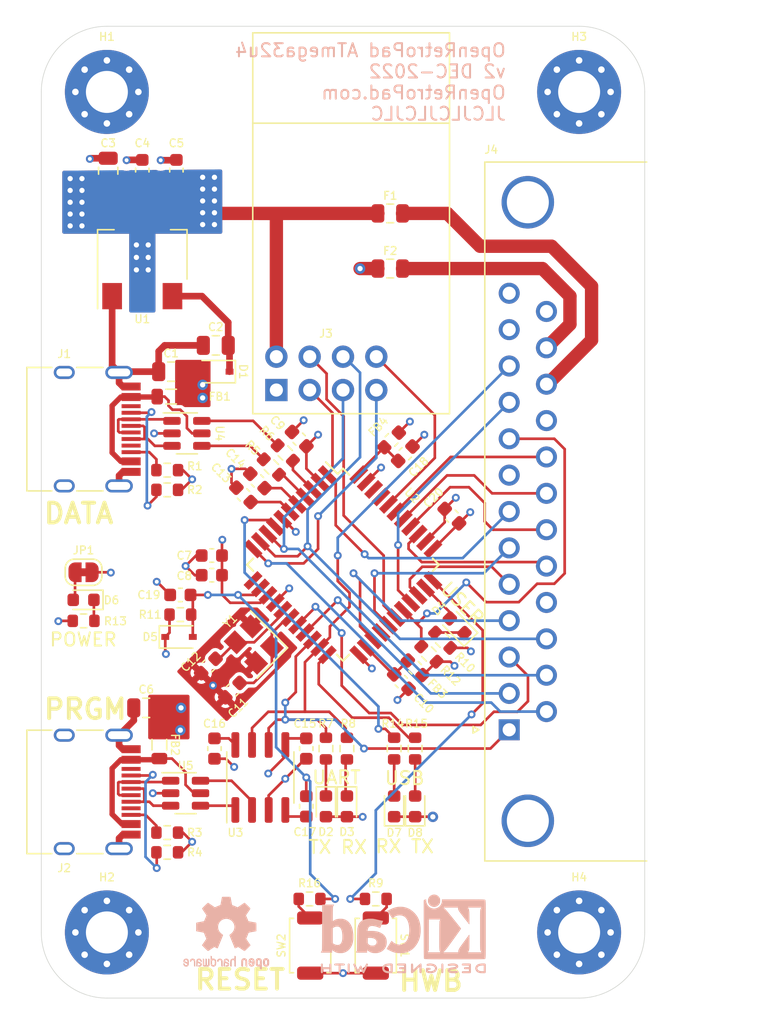
<source format=kicad_pcb>
(kicad_pcb (version 20211014) (generator pcbnew)
  (layers (0 "F.Cu" signal) (1 "In1.Cu" power) (2 "In2.Cu" power) (31 "B.Cu" signal) (34 "B.Paste" user) (35 "F.Paste" user) (36 "B.SilkS" user "B.Silkscreen") (37 "F.SilkS" user "F.Silkscreen") (38 "B.Mask" user) (39 "F.Mask" user) (44 "Edge.Cuts" user))
  (net 0 "")
  (net 1 "GND")
  (net 2 "+5V")
  (net 3 "+3V3")
  (net 4 "/Power/VREGIN")
  (net 5 "/DB25/RST")
  (net 6 "Net-(D3-Pad1)")
  (net 7 "Net-(D4-Pad1)")
  (net 8 "Net-(D6-Pad1)")
  (net 9 "Net-(D6-Pad2)")
  (net 14 "/IO/RX_LED")
  (net 17 "/IO/TX_LED")
  (net 20 "/Microcontroller/USB_DATA.DP")
  (net 21 "/Microcontroller/USB_DATA.DM")
  (net 22 "Net-(D2-Pad1)")
  (net 23 "/UART/USB_PRGM.DP")
  (net 24 "/UART/USB_PRGM.DM")
  (net 25 "/DB25/CSN")
  (net 26 "/DB25/SCK")
  (net 27 "/DB25/MOSI")
  (net 28 "/DB25/MISO")
  (net 29 "/DB25/IRQ")
  (net 30 "/DB25/PF5")
  (net 31 "/DB25/PF7")
  (net 32 "/DB25/PD7")
  (net 33 "/DB25/RX")
  (net 34 "/DB25/PD1")
  (net 35 "/DB25/PF4")
  (net 36 "/DB25/PF6")
  (net 37 "/DB25/PC6")
  (net 38 "/DB25/PB6")
  (net 39 "/DB25/TX")
  (net 40 "/DB25/PD0")
  (net 42 "/DB25/PD4")
  (net 43 "/DB25/PB4")
  (net 44 "/DB25/PB5")
  (net 48 "/UART/V3")
  (net 49 "/UART/RTS")
  (net 50 "/Microcontroller/XTAL1")
  (net 51 "/Microcontroller/XTAL2")
  (net 52 "/USB Data/CC1")
  (net 53 "/USB Data/CC2")
  (net 54 "/USB Program/CC1")
  (net 55 "/USB Program/CC2")
  (net 56 "/Microcontroller/D+")
  (net 57 "/Microcontroller/D-")
  (net 58 "/Microcontroller/UCAP")
  (net 59 "/Microcontroller/UGND")
  (net 64 "/USB Data/VBUS")
  (net 65 "/USB Program/VBUS")
  (net 66 "Net-(R9-Pad2)")
  (net 67 "Net-(R16-Pad2)")
  (net 68 "/IO/SW_HWB")
  (net 69 "Net-(D7-Pad2)")
  (net 70 "Net-(D8-Pad2)")
  (net 71 "/DB25/3V3F")
  (net 72 "/DB25/5VF")
  (net 73 "/IO/LED_USER")
  (net 74 "/DB25/CE")
  (net 75 "/USB Data/D+")
  (net 76 "/USB Data/D-")
  (net 77 "/USB Program/D+")
  (net 78 "/USB Program/D-")
  (net 79 "/Microcontroller/AVCC_P24")
  (net 80 "/Microcontroller/AVCC_P44")
  (footprint "Capacitor_SMD:C_0603_1608Metric" (layer "F.Cu") (at 105.3 105.95 -90)
    (fp_text reference "C5")
    (fp_text value "100n")
  )
  (footprint "Package_TO_SOT_SMD:SOT-23-6" (layer "F.Cu") (at 106.1 126)
    (fp_text reference "U4")
    (fp_text value "USBLC6-2SC6")
  )
  (footprint "Connector_Dsub:DSUB-25_Male_Horizontal_P2.77x2.84mm_EdgePinOffset7.70mm_Housed_MountingHolesOffset9.12mm" (layer "F.Cu") (at 130.669669 148.57 90)
    (fp_text reference "J4")
    (fp_text value "DB25_Male_MountingHoles")
  )
  (footprint "Resistor_SMD:R_0603_1608Metric" (layer "F.Cu") (at 115.45 161.45 180)
    (fp_text reference "R16")
    (fp_text value "330")
  )
  (footprint "Capacitor_SMD:C_0603_1608Metric" (layer "F.Cu") (at 105.6 138.3 180)
    (fp_text reference "C19")
    (fp_text value "100n")
  )
  (footprint "Fuse:Fuse_0805_2012Metric" (layer "F.Cu") (at 121.6 113.45 180)
    (fp_text reference "F2")
    (fp_text value "500mA")
  )
  (footprint "Capacitor_SMD:C_0603_1608Metric" (layer "F.Cu") (at 122.45 144.9 135)
    (fp_text reference "C10")
    (fp_text value "100n")
  )
  (footprint "Resistor_SMD:R_0603_1608Metric" (layer "F.Cu") (at 105.6 139.8)
    (fp_text reference "R11")
    (fp_text value "10k")
  )
  (footprint "Capacitor_SMD:C_0603_1608Metric" (layer "F.Cu") (at 114.66066 126.43934 -45)
    (fp_text reference "C9")
    (fp_text value "100n")
  )
  (footprint "Capacitor_SMD:C_0603_1608Metric" (layer "F.Cu") (at 108 135.3)
    (fp_text reference "C7")
    (fp_text value "1u")
  )
  (footprint "Resistor_SMD:R_0603_1608Metric" (layer "F.Cu") (at 116.7 150 90)
    (fp_text reference "R7")
    (fp_text value "1k")
  )
  (footprint "LED_SMD:LED_0603_1608Metric" (layer "F.Cu") (at 123.5 154.4 90)
    (fp_text reference "D8")
    (fp_text value "TX")
  )
  (footprint "Capacitor_SMD:C_0603_1608Metric" (layer "F.Cu") (at 115.2 150 90)
    (fp_text reference "C15")
    (fp_text value "100n")
  )
  (footprint "Capacitor_SMD:C_0603_1608Metric" (layer "F.Cu") (at 126.3 132.3 -45)
    (fp_text reference "C20")
    (fp_text value "100n")
  )
  (footprint "Resistor_SMD:R_0603_1608Metric" (layer "F.Cu") (at 120.5 161.45)
    (fp_text reference "R9")
    (fp_text value "330")
  )
  (footprint "Resistor_SMD:R_0603_1608Metric" (layer "F.Cu") (at 104.6 157.9 180)
    (fp_text reference "R4")
    (fp_text value "5.1k")
  )
  (footprint "MountingHole:MountingHole_3.2mm_M3_Pad_Via" (layer "F.Cu") (at 100 100)
    (fp_text reference "H1")
    (fp_text value "3.2mm M3")
  )
  (footprint "Resistor_SMD:R_0603_1608Metric" (layer "F.Cu") (at 104.6 128.8)
    (fp_text reference "R1")
    (fp_text value "5.1k")
  )
  (footprint "Capacitor_SMD:C_0603_1608Metric" (layer "F.Cu") (at 110.418019 130.681981 -45)
    (fp_text reference "C13")
    (fp_text value "1u")
  )
  (footprint "Package_TO_SOT_SMD:SOT-23-6" (layer "F.Cu") (at 106 153.4)
    (fp_text reference "U5")
    (fp_text value "USBLC6-2SC6")
  )
  (footprint "Resistor_SMD:R_0603_1608Metric" (layer "F.Cu") (at 118.3 150 90)
    (fp_text reference "R8")
    (fp_text value "1k")
  )
  (footprint "Package_SO:SOIC-8_3.9x4.9mm_P1.27mm" (layer "F.Cu") (at 111.7 152.2 90)
    (fp_text reference "U3")
    (fp_text value "CH330N")
  )
  (footprint "Package_TO_SOT_SMD:SOT-223-3_TabPin2" (layer "F.Cu") (at 102.7 112.4 90)
    (fp_text reference "U1")
    (fp_text value "AMS1117-3.3")
  )
  (footprint "Capacitor_SMD:C_0603_1608Metric" (layer "F.Cu") (at 109.573656 145.548008 -135)
    (fp_text reference "C11")
    (fp_text value "20pF")
  )
  (footprint "Capacitor_SMD:C_0603_1608Metric" (layer "F.Cu") (at 111.478679 129.621321 -45)
    (fp_text reference "C14")
    (fp_text value "1u")
  )
  (footprint "LED_SMD:LED_0603_1608Metric" (layer "F.Cu") (at 118.3 154.4 -90)
    (fp_text reference "D3")
    (fp_text value "RX")
  )
  (footprint "Capacitor_SMD:C_0603_1608Metric" (layer "F.Cu") (at 122.751992 127.548008 -135)
    (fp_text reference "C18")
    (fp_text value "100n")
  )
  (footprint "Inductor_SMD:L_0603_1608Metric" (layer "F.Cu") (at 123.5 143.85 -45)
    (fp_text reference "FB3")
    (fp_text value "500mA")
  )
  (footprint "Resistor_SMD:R_0603_1608Metric" (layer "F.Cu") (at 113.6 127.5 135)
    (fp_text reference "R6")
    (fp_text value "22r")
  )
  (footprint "Resistor_SMD:R_0603_1608Metric" (layer "F.Cu") (at 125.6 141.75 135)
    (fp_text reference "R10")
    (fp_text value "1k")
  )
  (footprint "Capacitor_SMD:C_0603_1608Metric" (layer "F.Cu") (at 107.73518 143.709533 -135)
    (fp_text reference "C12")
    (fp_text value "20pF")
  )
  (footprint "LED_SMD:LED_0603_1608Metric" (layer "F.Cu") (at 126.7 140.65 135)
    (fp_text reference "D4")
    (fp_text value "User")
  )
  (footprint "Capacitor_SMD:C_0805_2012Metric" (layer "F.Cu") (at 103 146.9)
    (fp_text reference "C6")
    (fp_text value "10u")
  )
  (footprint "Inductor_SMD:L_0603_1608Metric" (layer "F.Cu") (at 121.7 126.5 45)
    (fp_text reference "FB4")
    (fp_text value "500mA")
  )
  (footprint "Jumper:SolderJumper-2_P1.3mm_Bridged_RoundedPad1.0x1.5mm" (layer "F.Cu") (at 98.222 136.576 180)
    (fp_text reference "JP1")
    (fp_text value "SJ_2_BR")
  )
  (footprint "Resistor_SMD:R_0603_1608Metric" (layer "F.Cu") (at 104.6 130.3 180)
    (fp_text reference "R2")
    (fp_text value "5.1k")
  )
  (footprint "Resistor_SMD:R_0603_1608Metric" (layer "F.Cu") (at 112.539339 128.560661 135)
    (fp_text reference "R5")
    (fp_text value "22r")
  )
  (footprint "Inductor_SMD:L_0805_2012Metric" (layer "F.Cu") (at 104.9 123.2)
    (fp_text reference "FB1")
    (fp_text value "500mA")
  )
  (footprint "Connector_USB:USB_C_Receptacle_HRO_TYPE-C-31-M-12" (layer "F.Cu") (at 97.8 125.68 -90)
    (fp_text reference "J1")
    (fp_text value "USB_C_Receptacle_USB2.0")
  )
  (footprint "Capacitor_SMD:C_0603_1608Metric" (layer "F.Cu") (at 102.7 105.95 -90)
    (fp_text reference "C4")
    (fp_text value "1u")
  )
  (footprint "MountingHole:MountingHole_3.2mm_M3_Pad_Via" (layer "F.Cu") (at 136 164)
    (fp_text reference "H4")
    (fp_text value "3.2mm M3")
  )
  (footprint "Package_QFP:TQFP-44_10x10mm_P0.8mm" (layer "F.Cu") (at 118 136 -45)
    (fp_text reference "U2")
    (fp_text value "ATmega32U4-M")
  )
  (footprint "Diode_SMD:D_SOD-323" (layer "F.Cu") (at 108.3 121.3 180)
    (fp_text reference "D1")
    (fp_text value "1N5817")
  )
  (footprint "Resistor_SMD:R_0603_1608Metric" (layer "F.Cu") (at 98.222 140.276 180)
    (fp_text reference "R13")
    (fp_text value "1k")
  )
  (footprint "Capacitor_SMD:C_0603_1608Metric" (layer "F.Cu") (at 108 136.8)
    (fp_text reference "C8")
    (fp_text value "100n")
  )
  (footprint "Diode_SMD:D_SOD-323" (layer "F.Cu") (at 105.5 141.5)
    (fp_text reference "D5")
    (fp_text value "1N5817")
  )
  (footprint "Resistor_SMD:R_0603_1608Metric" (layer "F.Cu") (at 124.55 142.8 -45)
    (fp_text reference "R12")
    (fp_text value "1k")
  )
  (footprint "Resistor_SMD:R_0603_1608Metric" (layer "F.Cu") (at 104.6 156.4)
    (fp_text reference "R3")
    (fp_text value "5.1k")
  )
  (footprint "Fuse:Fuse_0805_2012Metric" (layer "F.Cu") (at 121.6 109.25 180)
    (fp_text reference "F1")
    (fp_text value "500mA")
  )
  (footprint "Resistor_SMD:R_0603_1608Metric" (layer "F.Cu") (at 123.5 150 90)
    (fp_text reference "R15")
    (fp_text value "1k")
  )
  (footprint "Connector_USB:USB_C_Receptacle_HRO_TYPE-C-31-M-12" (layer "F.Cu") (at 97.8 153.3 -90)
    (fp_text reference "J2")
    (fp_text value "USB_C_Receptacle_USB2.0")
  )
  (footprint "MountingHole:MountingHole_3.2mm_M3_Pad_Via" (layer "F.Cu") (at 136 100)
    (fp_text reference "H3")
    (fp_text value "3.2mm M3")
  )
  (footprint "Resistor_SMD:R_0603_1608Metric" (layer "F.Cu") (at 121.9 150 90)
    (fp_text reference "R14")
    (fp_text value "1k")
  )
  (footprint "LED_SMD:LED_0603_1608Metric" (layer "F.Cu") (at 98.222 138.676 180)
    (fp_text reference "D6")
    (fp_text value "Power")
  )
  (footprint "MountingHole:MountingHole_3.2mm_M3_Pad_Via" (layer "F.Cu") (at 100 164)
    (fp_text reference "H2")
    (fp_text value "3.2mm M3")
  )
  (footprint "LED_SMD:LED_0603_1608Metric" (layer "F.Cu") (at 121.9 154.4 90)
    (fp_text reference "D7")
    (fp_text value "RX")
  )
  (footprint "Capacitor_SMD:C_0805_2012Metric" (layer "F.Cu") (at 100.1 106 -90)
    (fp_text reference "C3")
    (fp_text value "10u")
  )
  (footprint "Crystal:Crystal_SMD_3225-4Pin_3.2x2.5mm" (layer "F.Cu") (at 111.2 142.083185 135)
    (fp_text reference "Y1")
    (fp_text value "16MHz")
  )
  (footprint "Capacitor_SMD:C_0603_1608Metric" (layer "F.Cu") (at 115.2 154.4 90)
    (fp_text reference "C17")
    (fp_text value "100n")
  )
  (footprint "OpenRetroPad:NRF24L01" (layer "F.Cu") (at 112.92 122.7 90)
    (fp_text reference "J3")
    (fp_text value "NRF24")
  )
  (footprint "OpenRetroPad:Alps_SKRK" (layer "F.Cu") (at 115.5 165 -90)
    (fp_text reference "SW2")
    (fp_text value "RESET")
  )
  (footprint "LED_SMD:LED_0603_1608Metric" (layer "F.Cu") (at 116.7 154.4 -90)
    (fp_text reference "D2")
    (fp_text value "TX")
  )
  (footprint "OpenRetroPad:Alps_SKRK" (layer "F.Cu") (at 120.5 165 -90)
    (fp_text reference "SW1")
    (fp_text value "HWB")
  )
  (footprint "Inductor_SMD:L_0805_2012Metric" (layer "F.Cu") (at 104 149.7 90)
    (fp_text reference "FB2")
    (fp_text value "500mA")
  )
  (footprint "Capacitor_SMD:C_0805_2012Metric" (layer "F.Cu") (at 104.9 121.3)
    (fp_text reference "C1")
    (fp_text value "10u")
  )
  (footprint "Capacitor_SMD:C_0603_1608Metric" (layer "F.Cu") (at 108.2 150 90)
    (fp_text reference "C16")
    (fp_text value "100n")
  )
  (footprint "Capacitor_SMD:C_0805_2012Metric" (layer "F.Cu") (at 108.3 119.3)
    (fp_text reference "C2")
    (fp_text value "10u")
  )
  (footprint "Symbol:KiCad-Logo2_5mm_SilkScreen" (layer "B.Cu") (at 122.6 164.1 180)
    (fp_text reference "LOGO2" hide)
    (fp_text value "Logo_Open_Hardware_Small" hide)
  )
  (footprint "Symbol:OSHW-Logo2_7.3x6mm_SilkScreen" (layer "B.Cu") (at 109.1 164.05 180)
    (fp_text reference "LOGO1" hide)
    (fp_text value "Logo_Open_Hardware_Large" hide)
  )
  (gr_line (start 100 169) (end 136 169) (layer "Edge.Cuts") (width 0.05))
  (gr_arc (start 136 95) (mid 139.535534 96.464466) (end 141 100) (layer "Edge.Cuts") (width 0.05))
  (gr_line (start 136 95) (end 100 95) (layer "Edge.Cuts") (width 0.05))
  (gr_arc (start 95 100) (mid 96.464466 96.464466) (end 100 95) (layer "Edge.Cuts") (width 0.05))
  (gr_line (start 141 164) (end 141 100) (layer "Edge.Cuts") (width 0.05))
  (gr_line (start 95 100) (end 95 164) (layer "Edge.Cuts") (width 0.05))
  (gr_arc (start 141 164) (mid 139.535534 167.535534) (end 136 169) (layer "Edge.Cuts") (width 0.05))
  (gr_arc (start 100 169) (mid 96.464466 167.535534) (end 95 164) (layer "Edge.Cuts") (width 0.05))
  (gr_text "OpenRetroPad ATmega32u4\nv2 DEC-2022\nOpenRetroPad.com\nJLCJLCJLCJLC" (at 130.5 99.25) (layer "B.SilkS") (effects (font (size 1 1)) (justify left mirror)))
  (gr_text "POWER" (at 98.2 141.7) (layer "F.SilkS") (effects (font (size 1 1))))
  (gr_text "UART" (at 117.5 152.2) (layer "F.SilkS") (effects (font (size 1 1))))
  (gr_text "RESET" (at 110.15 167.6) (layer "F.SilkS") (effects (font (size 1.5 1.5) (thickness 0.3))))
  (gr_text "PRGM" (at 98.35 147) (layer "F.SilkS") (effects (font (size 1.5 1.5) (thickness 0.3))))
  (gr_text "USB" (at 122.7 152.25) (layer "F.SilkS") (effects (font (size 1 1))))
  (gr_text "DATA" (at 97.85 132.1) (layer "F.SilkS") (effects (font (size 1.5 1.5) (thickness 0.3))))
  (gr_text "TX RX" (at 117.6 157.5) (layer "F.SilkS") (effects (font (size 1 1))))
  (gr_text "HWB" (at 124.7 167.7) (layer "F.SilkS") (effects (font (size 1.5 1.5) (thickness 0.3))))
  (gr_text "RX TX" (at 122.7 157.45) (layer "F.SilkS") (effects (font (size 1 1))))
  (gr_text "USER" (at 127.1 138.95 315) (layer "F.SilkS") (effects (font (size 1 1))))
  (segment (start 127.483363 142.333363) (end 127.75 142.6) (width 0.2032) (layer "F.Cu") (net 1))
  (segment (start 112.83812 138.86188) (end 113.9 137.8) (width 0.2032) (layer "F.Cu") (net 1))
  (segment (start 100.93 149.767615) (end 100.93 148.98) (width 0.508) (layer "F.Cu") (net 1))
  (segment (start 100.93 129.212385) (end 100.93 130) (width 0.508) (layer "F.Cu") (net 1))
  (segment (start 107.35 119.3) (end 104.4 119.3) (width 0.508) (layer "F.Cu") (net 1))
  (segment (start 100.93 122.147615) (end 100.93 121.36) (width 0.508) (layer "F.Cu") (net 1))
  (segment (start 104.9625 126) (end 103.6 126) (width 0.2032) (layer "F.Cu") (net 1))
  (segment (start 102.05 146.9) (end 102.05 147.86) (width 0.508) (layer "F.Cu") (net 1))
  (segment (start 112.335 153.565) (end 112.335 154.675) (width 0.2032) (layer "F.Cu") (net 1))
  (segment (start 101.212385 156.55) (end 100.93 156.832385) (width 0.508) (layer "F.Cu") (net 1))
  (segment (start 110.930671 129.073313) (end 110.557358 128.7) (width 0.2032) (layer "F.Cu") (net 1))
  (segment (start 107.18717 144.257541) (end 108.088735 145.159102) (width 0.2032) (layer "F.Cu") (net 1))
  (segment (start 126.183363 142.333363) (end 127.483363 142.333363) (width 0.2032) (layer "F.Cu") (net 1))
  (segment (start 124.8375 155.1875) (end 124.85 155.2) (width 0.2032) (layer "F.Cu") (net 1))
  (segment (start 107.225 136.8) (end 106.7 136.8) (width 0.2032) (layer "F.Cu") (net 1))
  (segment (start 122.998008 145.451992) (end 122.15 146.3) (width 0.2032) (layer "F.Cu") (net 1))
  (segment (start 119.79325 129.70675) (end 120.9 128.6) (width 0.2032) (layer "F.Cu") (net 1))
  (segment (start 115.125 150.775) (end 115.2 150.775) (width 0.2032) (layer "F.Cu") (net 1))
  (segment (start 109.5 129.763962) (end 109.870011 130.133973) (width 0.2032) (layer "F.Cu") (net 1))
  (segment (start 102.7 105.175) (end 101.525 105.175) (width 0.508) (layer "F.Cu") (net 1))
  (segment (start 125.751992 131.751992) (end 125.751992 132.773491) (width 0.2032) (layer "F.Cu") (net 1))
  (segment (start 101.212385 128.93) (end 100.93 129.212385) (width 0.508) (layer "F.Cu") (net 1))
  (segment (start 103.95 119.75) (end 103.95 121.3) (width 0.508) (layer "F.Cu") (net 1))
  (segment (start 105.425 156.4) (end 105.8 156.4) (width 0.2032) (layer "F.Cu") (net 1))
  (segment (start 120.5 167.1) (end 118 167.1) (width 0.2032) (layer "F.Cu") (net 1))
  (segment (start 100.93 156.832385) (end 100.93 157.62) (width 0.508) (layer "F.Cu") (net 1))
  (segment (start 97.397 140.276) (end 96.324 140.276) (width 0.2032) (layer "F.Cu") (net 1))
  (segment (start 100.99 121.3) (end 100.93 121.36) (width 0.508) (layer "F.Cu") (net 1))
  (segment (start 114.112652 125.891332) (end 114.112652 125.887348) (width 0.2032) (layer "F.Cu") (net 1))
  (segment (start 108.12409 145.194457) (end 108.088733 145.194455) (width 0.2032) (layer "F.Cu") (net 1))
  (segment (start 98.75 105.05) (end 98.7 105.1) (width 0.508) (layer "F.Cu") (net 1))
  (segment (start 123.3 127) (end 124.2 126.1) (width 0.2032) (layer "F.Cu") (net 1))
  (segment (start 113.6 152.3) (end 115.125 150.775) (width 0.2032) (layer "F.Cu") (net 1))
  (segment (start 114.112652 125.887348) (end 115 125) (width 0.2032) (layer "F.Cu") (net 1))
  (segment (start 105.7 157.9) (end 106.5 157.1) (width 0.2032) (layer "F.Cu") (net 1))
  (segment (start 112.83812 138.899138) (end 112.83812 138.86188) (width 0.2032) (layer "F.Cu") (net 1))
  (segment (start 119.767767 129.70675) (end 119.79325 129.70675) (width 0.2032) (layer "F.Cu") (net 1))
  (segment (start 123.5 155.1875) (end 124.8375 155.1875) (width 0.2032) (layer "F.Cu") (net 1))
  (segment (start 102.05 147.86) (end 100.93 148.98) (width 0.508) (layer "F.Cu") (net 1))
  (segment (start 103.825 137.3) (end 104.825 138.3) (width 0.2032) (layer "F.Cu") (net 1))
  (segment (start 101.212385 122.43) (end 100.93 122.147615) (width 0.508) (layer "F.Cu") (net 1))
  (segment (start 119.202082 142.902082) (end 120.2 143.9) (width 0.2032) (layer "F.Cu") (net 1))
  (segment (start 101.212385 150.05) (end 100.93 149.767615) (width 0.508) (layer "F.Cu") (net 1))
  (segment (start 110.557358 128.7) (end 109.5 128.7) (width 0.2032) (layer "F.Cu") (net 1))
  (segment (start 105.7 130.3) (end 106.5 129.5) (width 0.2032) (layer "F.Cu") (net 1))
  (segment (start 108.2 150.775) (end 109.075 150.775) (width 0.2032) (layer "F.Cu") (net 1))
  (segment (start 109.025649 146.096018) (end 108.12409 145.194457) (width 0.2032) (layer "F.Cu") (net 1))
  (segment (start 125.751992 132.773491) (end 124.29325 134.232233) (width 0.2032) (layer "F.Cu") (net 1))
  (segment (start 100.93 121.36) (end 100.4 120.83) (width 0.508) (layer "F.Cu") (net 1))
  (segment (start 105.8 128.8) (end 106.5 129.5) (width 0.2032) (layer "F.Cu") (net 1))
  (segment (start 104.1 105.2) (end 105.275 105.2) (width 0.508) (layer "F.Cu") (net 1))
  (segment (start 100.1 105.05) (end 98.75 105.05) (width 0.508) (layer "F.Cu") (net 1))
  (segment (start 104.4 119.3) (end 103.95 119.75) (width 0.508) (layer "F.Cu") (net 1))
  (segment (start 125.751992 131.751992) (end 125.751992 131.748008) (width 0.2032) (layer "F.Cu") (net 1))
  (segment (start 100.4 120.83) (end 100.4 115.55) (width 0.508) (layer "F.Cu") (net 1))
  (segment (start 107.225 135.3) (end 106.8 135.3) (width 0.2032) (layer "F.Cu") (net 1))
  (segment (start 125.751992 131.748008) (end 126.6 130.9) (width 0.2032) (layer "F.Cu") (net 1))
  (segment (start 108.088735 145.159102) (end 108.088733 145.194455) (width 0.2032) (layer "F.Cu") (net 1))
  (segment (start 104.8625 153.4) (end 103.5 153.4) (width 0.2032) (layer "F.Cu") (net 1))
  (segment (start 109.5 128.7) (end 109.5 129.763962) (width 0.2032) (layer "F.Cu") (net 1))
  (segment (start 105.425 130.3) (end 105.7 130.3) (width 0.2032) (layer "F.Cu") (net 1))
  (segment (start 122.998008 145.448008) (end 122.998008 145.451992) (width 0.2032) (layer "F.Cu") (net 1))
  (segment (start 96.324 140.276) (end 96.3 140.3) (width 0.2032) (layer "F.Cu") (net 1))
  (segment (start 103.8 137.3) (end 103.825 137.3) (width 0.2032) (layer "F.Cu") (net 1))
  (segment (start 121.9 155.1875) (end 123.5 155.1875) (width 0.2032) (layer "F.Cu") (net 1))
  (segment (start 105.275 105.2) (end 105.3 105.175) (width 0.508) (layer "F.Cu") (net 1))
  (segment (start 101.845 122.43) (end 101.212385 122.43) (width 0.508) (layer "F.Cu") (net 1))
  (segment (start 101.845 150.05) (end 101.212385 150.05) (width 0.508) (layer "F.Cu") (net 1))
  (segment (start 101.525 105.175) (end 101.5 105.2) (width 0.508) (layer "F.Cu") (net 1))
  (segment (start 115.5 167.1) (end 118 167.1) (width 0.2032) (layer "F.Cu") (net 1))
  (segment (start 101.845 156.55) (end 101.212385 156.55) (width 0.508) (layer "F.Cu") (net 1))
  (segment (start 105.425 157.9) (end 105.7 157.9) (width 0.2032) (layer "F.Cu") (net 1))
  (segment (start 103.95 121.3) (end 100.99 121.3) (width 0.508) (layer "F.Cu") (net 1))
  (segment (start 119.202082 142.858936) (end 119.202082 142.902082) (width 0.2032) (layer "F.Cu") (net 1))
  (segment (start 106.8 135.3) (end 106 136.1) (width 0.2032) (layer "F.Cu") (net 1))
  (segment (start 101.845 128.93) (end 101.212385 128.93) (width 0.508) (layer "F.Cu") (net 1))
  (segment (start 105.8 156.4) (end 106.5 157.1) (width 0.2032) (layer "F.Cu") (net 1))
  (segment (start 105.425 128.8) (end 105.8 128.8) (width 0.2032) (layer "F.Cu") (net 1))
  (segment (start 113.6 152.3) (end 112.335 153.565) (width 0.2032) (layer "F.Cu") (net 1))
  (segment (start 109.075 150.775) (end 109.7 151.4) (width 0.2032) (layer "F.Cu") (net 1))
  (segment (start 106.7 136.8) (end 106 136.1) (width 0.2032) (layer "F.Cu") (net 1))
  (via (at 124.85 155.2) (size 0.8) (drill 0.4) (layers "F.Cu" "B.Cu") (net 1))
  (via (at 120.9 128.6) (size 0.6) (drill 0.3) (layers "F.Cu" "B.Cu") (net 1))
  (via (at 106.5 157.1) (size 0.6) (drill 0.3) (layers "F.Cu" "B.Cu") (net 1))
  (via (at 109.5 128.7) (size 0.6) (drill 0.3) (layers "F.Cu" "B.Cu") (net 1))
  (via (at 104.1 105.2) (size 0.6) (drill 0.3) (layers "F.Cu" "B.Cu") (net 1))
  (via (at 113.6 152.3) (size 0.6) (drill 0.3) (layers "F.Cu" "B.Cu") (net 1))
  (via (at 98.7 105.1) (size 0.6) (drill 0.3) (layers "F.Cu" "B.Cu") (net 1))
  (via (at 126.6 130.9) (size 0.6) (drill 0.3) (layers "F.Cu" "B.Cu") (net 1))
  (via (at 109.7 151.4) (size 0.6) (drill 0.3) (layers "F.Cu" "B.Cu") (net 1))
  (via (at 127.75 142.6) (size 0.6) (drill 0.3) (layers "F.Cu" "B.Cu") (net 1))
  (via (at 113.9 137.8) (size 0.6) (drill 0.3) (layers "F.Cu" "B.Cu") (net 1))
  (via (at 103.8 137.3) (size 0.6) (drill 0.3) (layers "F.Cu" "B.Cu") (net 1))
  (via (at 115 125) (size 0.6) (drill 0.3) (layers "F.Cu" "B.Cu") (net 1))
  (via (at 120.2 143.9) (size 0.6) (drill 0.3) (layers "F.Cu" "B.Cu") (net 1))
  (via (at 106 136.1) (size 0.6) (drill 0.3) (layers "F.Cu" "B.Cu") (net 1))
  (via (at 118 167.1) (size 0.6) (drill 0.3) (layers "F.Cu" "B.Cu") (net 1))
  (via (at 101.5 105.2) (size 0.6) (drill 0.3) (layers "F.Cu" "B.Cu") (net 1))
  (via (at 96.3 140.3) (size 0.6) (drill 0.3) (layers "F.Cu" "B.Cu") (net 1))
  (via (at 103.5 153.4) (size 0.6) (drill 0.3) (layers "F.Cu" "B.Cu") (net 1))
  (via (at 122.15 146.3) (size 0.6) (drill 0.3) (layers "F.Cu" "B.Cu") (net 1))
  (via (at 124.2 126.1) (size 0.6) (drill 0.3) (layers "F.Cu" "B.Cu") (net 1))
  (via (at 106.5 129.5) (size 0.6) (drill 0.3) (layers "F.Cu" "B.Cu") (net 1))
  (via (at 108.088733 145.194455) (size 0.6) (drill 0.3) (layers "F.Cu" "B.Cu") (net 1))
  (via (at 103.6 126) (size 0.6) (drill 0.3) (layers "F.Cu" "B.Cu") (net 1))
  (segment (start 108.775 134.125) (end 108.8 134.1) (width 0.2032) (layer "F.Cu") (net 2))
  (segment (start 98.872 136.576) (end 100.276 136.576) (width 0.2032) (layer "F.Cu") (net 2))
  (segment (start 111.705887 138.9) (end 109.4 138.9) (width 0.2032) (layer "F.Cu") (net 2))
  (segment (start 112.272435 138.333452) (end 111.705887 138.9) (width 0.2032) (layer "F.Cu") (net 2))
  (segment (start 124.858936 134.797918) (end 124.898098 134.797918) (width 0.2032) (layer "F.Cu") (net 2))
  (segment (start 105.85 121.3) (end 107.25 121.3) (width 0.508) (layer "F.Cu") (net 2))
  (segment (start 108.775 135.3) (end 108.775 136.8) (width 0.2032) (layer "F.Cu") (net 2))
  (segment (start 108.775 138.275) (end 108.775 136.8) (width 0.2032) (layer "F.Cu") (net 2))
  (segment (start 108.775 135.3) (end 108.775 134.125) (width 0.2032) (layer "F.Cu") (net 2))
  (segment (start 109.4 138.9) (end 108.775 138.275) (width 0.2032) (layer "F.Cu") (net 2))
  (segment (start 105.9625 121.4125) (end 105.85 121.3) (width 0.508) (layer "F.Cu") (net 2))
  (segment (start 113.605 149.225) (end 113.605 149.725) (width 0.2032) (layer "F.Cu") (net 2))
  (segment (start 124.109879 144.406847) (end 125.133363 143.383363) (width 0.2032) (layer "F.Cu") (net 2))
  (segment (start 116.7 155.1875) (end 118.2 155.1875) (width 0.2032) (layer "F.Cu") (net 2))
  (segment (start 104.775 139.8) (end 104.775 141.175) (width 0.2032) (layer "F.Cu") (net 2))
  (segment (start 100.276 136.576) (end 100.3 136.6) (width 0.2032) (layer "F.Cu") (net 2))
  (segment (start 124.898098 134.797918) (end 126.848008 132.848008) (width 0.2032) (layer "F.Cu") (net 2))
  (segment (start 118.2 155.1875) (end 119.4875 155.1875) (width 0.2032) (layer "F.Cu") (net 2))
  (segment (start 113.605 150.595) (end 113.605 149.725) (width 0.2032) (layer "F.Cu") (net 2))
  (segment (start 105.9625 123.2) (end 105.9625 121.4125) (width 0.508) (layer "F.Cu") (net 2))
  (segment (start 122.256847 125.943153) (end 123.1 125.1) (width 0.2032) (layer "F.Cu") (net 2))
  (segment (start 115.208668 126.987348) (end 115.212652 126.987348) (width 0.2032) (layer "F.Cu") (net 2))
  (segment (start 115.208668 126.987348) (end 115.208668 128.683185) (width 0.2032) (layer "F.Cu") (net 2))
  (segment (start 113.435177 132.535177) (end 114.4 133.5) (width 0.2032) (layer "F.Cu") (net 2))
  (segment (start 115.212652 126.987348) (end 116.1 126.1) (width 0.2032) (layer "F.Cu") (net 2))
  (segment (start 104.45 141.5) (end 104.45 142.75) (width 0.2032) (layer "F.Cu") (net 2))
  (segment (start 124.056847 144.406847) (end 124.109879 144.406847) (width 0.2032) (layer "F.Cu") (net 2))
  (segment (start 119.4875 155.1875) (end 119.5 155.2) (width 0.2032) (layer "F.Cu") (net 2))
  (segment (start 104.775 141.175) (end 104.45 141.5) (width 0.2032) (layer "F.Cu") (net 2))
  (segment (start 126.183363 143.383363) (end 126.5 143.7) (width 0.2032) (layer "F.Cu") (net 2))
  (segment (start 115.208668 128.683185) (end 116.232233 129.70675) (width 0.2032) (layer "F.Cu") (net 2))
  (segment (start 125.133363 143.383363) (end 126.183363 143.383363) (width 0.2032) (layer "F.Cu") (net 2))
  (segment (start 112.3 151.9) (end 113.605 150.595) (width 0.2032) (layer "F.Cu") (net 2))
  (segment (start 113.403806 132.535177) (end 113.435177 132.535177) (width 0.2032) (layer "F.Cu") (net 2))
  (segment (start 115.2 149.225) (end 113.605 149.225) (width 0.2032) (layer "F.Cu") (net 2))
  (segment (start 126.848008 132.848008) (end 126.851992 132.848008) (width 0.2032) (layer "F.Cu") (net 2))
  (segment (start 126.851992 132.848008) (end 127.7 132) (width 0.2032) (layer "F.Cu") (net 2))
  (segment (start 120.6625 113.45) (end 119.3 113.45) (width 1.016) (layer "F.Cu") (net 2))
  (segment (start 104.45 142.75) (end 104.5 142.8) (width 0.2032) (layer "F.Cu") (net 2))
  (via (at 107.3 123.3) (size 0.8) (drill 0.4) (layers "F.Cu" "B.Cu") (net 2))
  (via (at 112.3 151.9) (size 0.6) (drill 0.3) (layers "F.Cu" "B.Cu") (net 2))
  (via (at 116.1 126.1) (size 0.6) (drill 0.3) (layers "F.Cu" "B.Cu") (net 2))
  (via (at 105.6 148.6) (size 0.8) (drill 0.4) (layers "F.Cu" "B.Cu") (net 2))
  (via (at 114.4 133.5) (size 0.6) (drill 0.3) (layers "F.Cu" "B.Cu") (net 2))
  (via (at 107.3 122.3) (size 0.8) (drill 0.4) (layers "F.Cu" "B.Cu") (net 2))
  (via (at 105.65 146.9) (size 0.8) (drill 0.4) (layers "F.Cu" "B.Cu") (net 2))
  (via (at 100.3 136.6) (size 0.6) (drill 0.3) (layers "F.Cu" "B.Cu") (net 2))
  (via (at 123.1 125.1) (size 0.6) (drill 0.3) (layers "F.Cu" "B.Cu") (net 2))
  (via (at 104.5 142.8) (size 0.6) (drill 0.3) (layers "F.Cu" "B.Cu") (net 2))
  (via (at 119.5 155.2) (size 0.6) (drill 0.3) (layers "F.Cu" "B.Cu") (net 2))
  (via (at 108.8 134.1) (size 0.6) (drill 0.3) (layers "F.Cu" "B.Cu") (net 2))
  (via (at 126.5 143.7) (size 0.6) (drill 0.3) (layers "F.Cu" "B.Cu") (net 2))
  (via (at 127.7 132) (size 0.6) (drill 0.3) (layers "F.Cu" "B.Cu") (net 2))
  (via (at 119.3 113.45) (size 0.8) (drill 0.4) (layers "F.Cu" "B.Cu") (net 2))
  (segment (start 112.92 120.16) (end 112.92 109.28) (width 1.016) (layer "F.Cu") (net 3))
  (segment (start 112.92 109.28) (end 112.95 109.25) (width 1.016) (layer "F.Cu") (net 3))
  (segment (start 102.7 109.25) (end 112.95 109.25) (width 1.016) (layer "F.Cu") (net 3))
  (segment (start 111.65 109.25) (end 120.6625 109.25) (width 1.016) (layer "F.Cu") (net 3))
  (via (at 102.25 113.55) (size 0.8) (drill 0.4) (layers "F.Cu" "B.Cu") (net 3))
  (via (at 98.1 110.2) (size 0.8) (drill 0.4) (layers "F.Cu" "B.Cu") (net 3))
  (via (at 108.2 107.4) (size 0.8) (drill 0.4) (layers "F.Cu" "B.Cu") (net 3))
  (via (at 108.2 109.2) (size 0.8) (drill 0.4) (layers "F.Cu" "B.Cu") (net 3))
  (via (at 107.3 106.5) (size 0.8) (drill 0.4) (layers "F.Cu" "B.Cu") (net 3))
  (via (at 97.2 107.5) (size 0.8) (drill 0.4) (layers "F.Cu" "B.Cu") (net 3))
  (via (at 98.1 108.4) (size 0.8) (drill 0.4) (layers "F.Cu" "B.Cu") (net 3))
  (via (at 107.3 109.2) (size 0.8) (drill 0.4) (layers "F.Cu" "B.Cu") (net 3))
  (via (at 108.2 106.5) (size 0.8) (drill 0.4) (layers "F.Cu" "B.Cu") (net 3))
  (via (at 107.3 107.4) (size 0.8) (drill 0.4) (layers "F.Cu" "B.Cu") (net 3))
  (via (at 97.2 110.2) (size 0.8) (drill 0.4) (layers "F.Cu" "B.Cu") (net 3))
  (via (at 103.15 111.65) (size 0.8) (drill 0.4) (layers "F.Cu" "B.Cu") (net 3))
  (via (at 98.1 107.5) (size 0.8) (drill 0.4) (layers "F.Cu" "B.Cu") (net 3))
  (via (at 98.1 109.3) (size 0.8) (drill 0.4) (layers "F.Cu" "B.Cu") (net 3))
  (via (at 103.15 113.55) (size 0.8) (drill 0.4) (layers "F.Cu" "B.Cu") (net 3))
  (via (at 97.2 109.3) (size 0.8) (drill 0.4) (layers "F.Cu" "B.Cu") (net 3))
  (via (at 98.1 106.6) (size 0.8) (drill 0.4) (layers "F.Cu" "B.Cu") (net 3))
  (via (at 97.2 106.6) (size 0.8) (drill 0.4) (layers "F.Cu" "B.Cu") (net 3))
  (via (at 107.3 108.3) (size 0.8) (drill 0.4) (layers "F.Cu" "B.Cu") (net 3))
  (via (at 102.25 112.6) (size 0.8) (drill 0.4) (layers "F.Cu" "B.Cu") (net 3))
  (via (at 108.2 108.3) (size 0.8) (drill 0.4) (layers "F.Cu" "B.Cu") (net 3))
  (via (at 97.2 108.4) (size 0.8) (drill 0.4) (layers "F.Cu" "B.Cu") (net 3))
  (via (at 108.2 110.1) (size 0.8) (drill 0.4) (layers "F.Cu" "B.Cu") (net 3))
  (via (at 103.15 112.6) (size 0.8) (drill 0.4) (layers "F.Cu" "B.Cu") (net 3))
  (via (at 102.25 111.65) (size 0.8) (drill 0.4) (layers "F.Cu" "B.Cu") (net 3))
  (via (at 107.3 110.1) (size 0.8) (drill 0.4) (layers "F.Cu" "B.Cu") (net 3))
  (segment (start 109.35 121.3) (end 109.35 119.4) (width 0.508) (layer "F.Cu") (net 4))
  (segment (start 109.35 119.4) (end 109.25 119.3) (width 0.508) (layer "F.Cu") (net 4))
  (segment (start 109.25 117.55) (end 109.25 119.3) (width 0.508) (layer "F.Cu") (net 4))
  (segment (start 105 115.55) (end 107.25 115.55) (width 0.508) (layer "F.Cu") (net 4))
  (segment (start 107.25 115.55) (end 109.25 117.55) (width 0.508) (layer "F.Cu") (net 4))
  (segment (start 107.7 138.3) (end 106.375 138.3) (width 0.2032) (layer "F.Cu") (net 5))
  (segment (start 106.55 138.475) (end 106.55 141.5) (width 0.2032) (layer "F.Cu") (net 5))
  (segment (start 110 138.3) (end 111.174517 138.3) (width 0.2032) (layer "F.Cu") (net 5))
  (segment (start 111.174517 138.3) (end 111.70675 137.767767) (width 0.2032) (layer "F.Cu") (net 5))
  (segment (start 117.4 161.45) (end 116.275 161.45) (width 0.2032) (layer "F.Cu") (net 5))
  (segment (start 115.2 153.625) (end 115.2 152.2) (width 0.2032) (layer "F.Cu") (net 5))
  (segment (start 106.375 138.3) (end 106.55 138.475) (width 0.2032) (layer "F.Cu") (net 5))
  (via (at 107.7 138.3) (size 0.6) (drill 0.3) (layers "F.Cu" "B.Cu") (net 5))
  (via (at 117.4 161.45) (size 0.6) (drill 0.3) (layers "F.Cu" "B.Cu") (net 5))
  (via (at 115.2 152.2) (size 0.6) (drill 0.3) (layers "F.Cu" "B.Cu") (net 5))
  (via (at 110 138.3) (size 0.6) (drill 0.3) (layers "F.Cu" "B.Cu") (net 5))
  (segment (start 112.9 149.9) (end 115.2 152.2) (width 0.2032) (layer "B.Cu") (net 5))
  (segment (start 110 138.3) (end 112.9 141.2) (width 0.2032) (layer "B.Cu") (net 5))
  (segment (start 115.5 159.55) (end 115.5 152.5) (width 0.2032) (layer "B.Cu") (net 5))
  (segment (start 115.5 152.5) (end 115.2 152.2) (width 0.2032) (layer "B.Cu") (net 5))
  (segment (start 110 138.3) (end 107.7 138.3) (width 0.2032) (layer "B.Cu") (net 5))
  (segment (start 117.4 161.45) (end 115.5 159.55) (width 0.2032) (layer "B.Cu") (net 5))
  (segment (start 112.9 141.2) (end 112.9 149.9) (width 0.2032) (layer "B.Cu") (net 5))
  (segment (start 118.2 150.825) (end 118.2 153.6125) (width 0.2032) (layer "F.Cu") (net 6))
  (segment (start 127.216637 141.166637) (end 127.256847 141.206847) (width 0.2032) (layer "F.Cu") (net 7))
  (segment (start 125.016637 141.166637) (end 127.216637 141.166637) (width 0.2032) (layer "F.Cu") (net 7))
  (segment (start 99.0095 140.2385) (end 99.047 140.276) (width 0.2032) (layer "F.Cu") (net 8))
  (segment (start 99.0095 138.676) (end 99.0095 140.2385) (width 0.2032) (layer "F.Cu") (net 8))
  (segment (start 97.572 136.576) (end 97.572 138.5385) (width 0.2032) (layer "F.Cu") (net 9))
  (segment (start 97.572 138.5385) (end 97.4345 138.676) (width 0.2032) (layer "F.Cu") (net 9))
  (segment (start 121.225 148.5) (end 121.9 149.175) (width 0.2032) (layer "F.Cu") (net 14))
  (segment (start 112.83812 133.100862) (end 112.337258 132.6) (width 0.2032) (layer "F.Cu") (net 14))
  (segment (start 112.337258 132.6) (end 110.5 132.6) (width 0.2032) (layer "F.Cu") (net 14))
  (segment (start 120.7 148.5) (end 121.225 148.5) (width 0.2032) (layer "F.Cu") (net 14))
  (via (at 120.7 148.5) (size 0.6) (drill 0.3) (layers "F.Cu" "B.Cu") (net 14))
  (via (at 110.5 132.6) (size 0.6) (drill 0.3) (layers "F.Cu" "B.Cu") (net 14))
  (segment (start 110.5 136.6) (end 110.5 132.6) (width 0.2032) (layer "B.Cu") (net 14))
  (segment (start 120.7 148.5) (end 120.7 146.8) (width 0.2032) (layer "B.Cu") (net 14))
  (segment (start 120.7 146.8) (end 110.5 136.6) (width 0.2032) (layer "B.Cu") (net 14))
  (segment (start 121.492053 147.65) (end 118.7 147.65) (width 0.2032) (layer "F.Cu") (net 17))
  (segment (start 123.5 149.175) (end 123.017053 149.175) (width 0.2032) (layer "F.Cu") (net 17))
  (segment (start 116.15 145.1) (end 116.15 143.506854) (width 0.2032) (layer "F.Cu") (net 17))
  (segment (start 118.7 147.65) (end 116.15 145.1) (width 0.2032) (layer "F.Cu") (net 17))
  (segment (start 116.15 143.506854) (end 116.797918 142.858936) (width 0.2032) (layer "F.Cu") (net 17))
  (segment (start 123.017053 149.175) (end 121.492053 147.65) (width 0.2032) (layer "F.Cu") (net 17))
  (segment (start 110.928678 126.95) (end 111.955976 127.977298) (width 0.2032) (layer "F.Cu") (net 20))
  (segment (start 107.2375 126.95) (end 110.928678 126.95) (width 0.2032) (layer "F.Cu") (net 20))
  (segment (start 107.2375 125.05) (end 111.15 125.05) (width 0.2032) (layer "F.Cu") (net 21))
  (segment (start 111.15 125.05) (end 113.016637 126.916637) (width 0.2032) (layer "F.Cu") (net 21))
  (segment (start 116.7 150.825) (end 116.7 153.6125) (width 0.2032) (layer "F.Cu") (net 22))
  (segment (start 107.1375 154.35) (end 109.795 154.35) (width 0.2032) (layer "F.Cu") (net 23))
  (segment (start 109.795 154.35) (end 109.795 154.675) (width 0.2032) (layer "F.Cu") (net 23))
  (segment (start 111.065 154.015) (end 111.065 154.675) (width 0.2032) (layer "F.Cu") (net 24))
  (segment (start 107.1375 152.45) (end 109.5 152.45) (width 0.2032) (layer "F.Cu") (net 24))
  (segment (start 109.5 152.45) (end 111.065 154.015) (width 0.2032) (layer "F.Cu") (net 24))
  (segment (start 116.75 121.45) (end 115.46 120.16) (width 0.2032) (layer "F.Cu") (net 25))
  (segment (start 122.030509 140.030509) (end 121.1 139.1) (width 0.2032) (layer "F.Cu") (net 25))
  (segment (start 116.75 123.4) (end 116.75 121.45) (width 0.2032) (layer "F.Cu") (net 25))
  (segment (start 121.1 135.3) (end 118.05 132.25) (width 0.2032) (layer "F.Cu") (net 25))
  (segment (start 118.05 124.7) (end 116.75 123.4) (width 0.2032) (layer "F.Cu") (net 25))
  (segment (start 118.05 132.25) (end 118.05 124.7) (width 0.2032) (layer "F.Cu") (net 25))
  (segment (start 121.1 139.1) (end 121.1 135.3) (width 0.2032) (layer "F.Cu") (net 25))
  (segment (start 113.5 134.8) (end 113.405887 134.8) (width 0.2032) (layer "F.Cu") (net 26))
  (segment (start 113.405887 134.8) (end 112.272435 133.666548) (width 0.2032) (layer "F.Cu") (net 26))
  (via (at 113.5 134.8) (size 0.6) (drill 0.3) (layers "F.Cu" "B.Cu") (net 26))
  (segment (start 113.5 134.8) (end 114.6 134.8) (width 0.2032) (layer "B.Cu") (net 26))
  (segment (start 113.5 132.4) (end 113.5 134.8) (width 0.2032) (layer "B.Cu") (net 26))
  (segment (start 118 127.9) (end 113.5 132.4) (width 0.2032) (layer "B.Cu") (net 26))
  (segment (start 124.215 144.415) (end 133.509669 144.415) (width 0.2032) (layer "B.Cu") (net 26))
  (segment (start 114.6 134.8) (end 124.215 144.415) (width 0.2032) (layer "B.Cu") (net 26))
  (segment (start 118 122.7) (end 118 127.9) (width 0.2032) (layer "B.Cu") (net 26))
  (segment (start 115.3 134.6) (end 114.546 135.354) (width 0.2032) (layer "F.Cu") (net 27))
  (segment (start 114.546 135.354) (end 112.828517 135.354) (width 0.2032) (layer "F.Cu") (net 27))
  (segment (start 112.828517 135.354) (end 111.70675 134.232233) (width 0.2032) (layer "F.Cu") (net 27))
  (via (at 115.3 134.6) (size 0.6) (drill 0.3) (layers "F.Cu" "B.Cu") (net 27))
  (segment (start 122.345 141.645) (end 115.3 134.6) (width 0.2032) (layer "B.Cu") (net 27))
  (segment (start 119.3 127.816525) (end 119.3 121.38) (width 0.2032) (layer "B.Cu") (net 27))
  (segment (start 115.3 131.816525) (end 119.3 127.816525) (width 0.2032) (layer "B.Cu") (net 27))
  (segment (start 115.3 134.6) (end 115.3 131.816525) (width 0.2032) (layer "B.Cu") (net 27))
  (segment (start 119.3 121.38) (end 118.08 120.16) (width 0.2032) (layer "B.Cu") (net 27))
  (segment (start 133.509669 141.645) (end 122.345 141.645) (width 0.2032) (layer "B.Cu") (net 27))
  (segment (start 116.1 132.3) (end 116.1 134.8) (width 0.2032) (layer "F.Cu") (net 28))
  (segment (start 116.1 134.8) (end 115 135.9) (width 0.2032) (layer "F.Cu") (net 28))
  (segment (start 111.141064 134.797918) (end 111.197918 134.797918) (width 0.2032) (layer "F.Cu") (net 28))
  (segment (start 111.197918 134.797918) (end 112.3 135.9) (width 0.2032) (layer "F.Cu") (net 28))
  (segment (start 115 135.9) (end 112.3 135.9) (width 0.2032) (layer "F.Cu") (net 28))
  (via (at 116.1 132.3) (size 0.6) (drill 0.3) (layers "F.Cu" "B.Cu") (net 28))
  (via (at 112.3 135.9) (size 0.6) (drill 0.3) (layers "F.Cu" "B.Cu") (net 28))
  (segment (start 124.3 146.5) (end 129.3 146.5) (width 0.2032) (layer "B.Cu") (net 28))
  (segment (start 113.7 135.9) (end 124.3 146.5) (width 0.2032) (layer "B.Cu") (net 28))
  (segment (start 112.3 135.9) (end 113.7 135.9) (width 0.2032) (layer "B.Cu") (net 28))
  (segment (start 116.1 132.3) (end 120.54 127.86) (width 0.2032) (layer "B.Cu") (net 28))
  (segment (start 129.3 146.5) (end 129.985 147.185) (width 0.2032) (layer "B.Cu") (net 28))
  (segment (start 129.985 147.185) (end 133.509669 147.185) (width 0.2032) (layer "B.Cu") (net 28))
  (segment (start 120.54 127.86) (end 120.54 122.7) (width 0.2032) (layer "B.Cu") (net 28))
  (segment (start 125 124.62) (end 120.54 120.16) (width 0.2032) (layer "F.Cu") (net 29))
  (segment (start 121.464823 131.403806) (end 125 127.868629) (width 0.2032) (layer "F.Cu") (net 29))
  (segment (start 125 127.868629) (end 125 124.62) (width 0.2032) (layer "F.Cu") (net 29))
  (segment (start 125.931371 129.2) (end 122.596194 132.535177) (width 0.2032) (layer "F.Cu") (net 30))
  (segment (start 133.509669 130.565) (end 129.365 130.565) (width 0.2032) (layer "F.Cu") (net 30))
  (segment (start 128 129.2) (end 125.931371 129.2) (width 0.2032) (layer "F.Cu") (net 30))
  (segment (start 129.365 130.565) (end 128 129.2) (width 0.2032) (layer "F.Cu") (net 30))
  (segment (start 133.509669 136.105) (end 133.204669 135.8) (width 0.2032) (layer "F.Cu") (net 31))
  (segment (start 133.204669 135.8) (end 124 135.8) (width 0.2032) (layer "F.Cu") (net 31))
  (segment (start 124 135.8) (end 123 134.8) (width 0.2032) (layer "F.Cu") (net 31))
  (segment (start 123 134.394113) (end 123.727565 133.666548) (width 0.2032) (layer "F.Cu") (net 31))
  (segment (start 123 134.8) (end 123 134.394113) (width 0.2032) (layer "F.Cu") (net 31))
  (segment (start 120.4 139.531371) (end 121.464823 140.596194) (width 0.2032) (layer "F.Cu") (net 32))
  (segment (start 120.4 136.65) (end 120.4 139.531371) (width 0.2032) (layer "F.Cu") (net 32))
  (via (at 120.4 136.65) (size 0.6) (drill 0.3) (layers "F.Cu" "B.Cu") (net 32))
  (segment (start 120.4 136.65) (end 128.739669 136.65) (width 0.2032) (layer "B.Cu") (net 32))
  (segment (start 128.739669 136.65) (end 130.669669 134.72) (width 0.2032) (layer "B.Cu") (net 32))
  (segment (start 118.2 148.45) (end 116.95 147.2) (width 0.2032) (layer "F.Cu") (net 33))
  (segment (start 117.6 137.25) (end 118.5 138.15) (width 0.2032) (layer "F.Cu") (net 33))
  (segment (start 112.3 147.2) (end 111.065 148.435) (width 0.2032) (layer "F.Cu") (net 33))
  (segment (start 117 141.525483) (end 116.232233 142.29325) (width 0.2032) (layer "F.Cu") (net 33))
  (segment (start 118.5 139.2) (end 117 140.7) (width 0.2032) (layer "F.Cu") (net 33))
  (segment (start 116.95 147.2) (end 112.3 147.2) (width 0.2032) (layer "F.Cu") (net 33))
  (segment (start 118.2 149.175) (end 118.2 148.45) (width 0.2032) (layer "F.Cu") (net 33))
  (segment (start 117.6 135.3) (end 117.6 137.25) (width 0.2032) (layer "F.Cu") (net 33))
  (segment (start 115.1 143.425483) (end 115.1 147.2) (width 0.2032) (layer "F.Cu") (net 33))
  (segment (start 118.5 138.15) (end 118.5 139.2) (width 0.2032) (layer "F.Cu") (net 33))
  (segment (start 111.065 148.435) (end 111.065 149.725) (width 0.2032) (layer "F.Cu") (net 33))
  (segment (start 117 140.7) (end 117 141.525483) (width 0.2032) (layer "F.Cu") (net 33))
  (segment (start 116.232233 142.29325) (end 115.1 143.425483) (width 0.2032) (layer "F.Cu") (net 33))
  (via (at 117.6 135.3) (size 0.6) (drill 0.3) (layers "F.Cu" "B.Cu") (net 33))
  (segment (start 117.6 135.3) (end 117.6 133.939669) (width 0.2032) (layer "B.Cu") (net 33))
  (segment (start 117.6 133.939669) (end 130.669669 120.87) (width 0.2032) (layer "B.Cu") (net 33))
  (segment (start 115.13812 141.16188) (end 115.100862 141.16188) (width 0.2032) (layer "F.Cu") (net 34))
  (segment (start 117.6 138.7) (end 115.13812 141.16188) (width 0.2032) (layer "F.Cu") (net 34))
  (via (at 117.6 138.7) (size 0.6) (drill 0.3) (layers "F.Cu" "B.Cu") (net 34))
  (segment (start 124.7 145.8) (end 117.6 138.7) (width 0.2032) (layer "B.Cu") (net 34))
  (segment (start 130.669669 145.8) (end 124.7 145.8) (width 0.2032) (layer "B.Cu") (net 34))
  (segment (start 133.509669 127.795) (end 126.205 127.795) (width 0.2032) (layer "F.Cu") (net 35))
  (segment (start 126.205 127.795) (end 122.030509 131.969491) (width 0.2032) (layer "F.Cu") (net 35))
  (segment (start 126.162742 130.1) (end 127.6 130.1) (width 0.2032) (layer "F.Cu") (net 36))
  (segment (start 128.8 131.3) (end 128.8 132.7) (width 0.2032) (layer "F.Cu") (net 36))
  (segment (start 123.16188 133.100862) (end 126.162742 130.1) (width 0.2032) (layer "F.Cu") (net 36))
  (segment (start 127.6 130.1) (end 128.8 131.3) (width 0.2032) (layer "F.Cu") (net 36))
  (segment (start 128.8 132.7) (end 129.435 133.335) (width 0.2032) (layer "F.Cu") (net 36))
  (segment (start 129.435 133.335) (end 133.509669 133.335) (width 0.2032) (layer "F.Cu") (net 36))
  (segment (start 129.335269 136.1556) (end 124.0444 136.1556) (width 0.2032) (layer "F.Cu") (net 37))
  (segment (start 123.1 137.705887) (end 123.727565 138.333452) (width 0.2032) (layer "F.Cu") (net 37))
  (segment (start 130.669669 137.49) (end 129.335269 136.1556) (width 0.2032) (layer "F.Cu") (net 37))
  (segment (start 123.1 137.1) (end 123.1 137.705887) (width 0.2032) (layer "F.Cu") (net 37))
  (segment (start 124.0444 136.1556) (end 123.1 137.1) (width 0.2032) (layer "F.Cu") (net 37))
  (segment (start 122.2 137.937258) (end 122.2 134.5) (width 0.2032) (layer "F.Cu") (net 38))
  (segment (start 123.16188 138.899138) (end 122.2 137.937258) (width 0.2032) (layer "F.Cu") (net 38))
  (via (at 122.2 134.5) (size 0.6) (drill 0.3) (layers "F.Cu" "B.Cu") (net 38))
  (segment (start 122.2 132.109669) (end 130.669669 123.64) (width 0.2032) (layer "B.Cu") (net 38))
  (segment (start 122.2 134.5) (end 122.2 132.109669) (width 0.2032) (layer "B.Cu") (net 38))
  (segment (start 113.6 147.8) (end 112.975 147.8) (width 0.2032) (layer "F.Cu") (net 39))
  (segment (start 119.6 150) (end 129.239669 150) (width 0.2032) (layer "F.Cu") (net 39))
  (segment (start 116.7 148.45) (end 116.7 149.175) (width 0.2032) (layer "F.Cu") (net 39))
  (segment (start 113.6 147.8) (end 116.05 147.8) (width 0.2032) (layer "F.Cu") (net 39))
  (segment (start 114.4 142.994113) (end 115.666548 141.727565) (width 0.2032) (layer "F.Cu") (net 39))
  (segment (start 112.335 148.44) (end 112.335 149.725) (width 0.2032) (layer "F.Cu") (net 39))
  (segment (start 129.239669 150) (end 130.669669 148.57) (width 0.2032) (layer "F.Cu") (net 39))
  (segment (start 114.4 145.7) (end 114.4 142.994113) (width 0.2032) (layer "F.Cu") (net 39))
  (segment (start 113.6 146.5) (end 114.4 145.7) (width 0.2032) (layer "F.Cu") (net 39))
  (segment (start 112.975 147.8) (end 112.335 148.44) (width 0.2032) (layer "F.Cu") (net 39))
  (segment (start 116.05 147.8) (end 116.7 148.45) (width 0.2032) (layer "F.Cu") (net 39))
  (via (at 113.6 147.8) (size 0.6) (drill 0.3) (layers "F.Cu" "B.Cu") (net 39))
  (via (at 119.6 150) (size 0.6) (drill 0.3) (layers "F.Cu" "B.Cu") (net 39))
  (via (at 113.6 146.5) (size 0.6) (drill 0.3) (layers "F.Cu" "B.Cu") (net 39))
  (segment (start 113.6 146.5) (end 113.6 147.8) (width 0.2032) (layer "B.Cu") (net 39))
  (segment (start 113.6 147.8) (end 117.4 147.8) (width 0.2032) (layer "B.Cu") (net 39))
  (segment (start 117.4 147.8) (end 119.6 150) (width 0.2032) (layer "B.Cu") (net 39))
  (segment (start 131.3 147.2) (end 132.1 146.4) (width 0.2032) (layer "F.Cu") (net 40))
  (segment (start 119.9944 147.2944) (end 121.639347 147.2944) (width 0.2032) (layer "F.Cu") (net 40))
  (segment (start 117.9 145.2) (end 119.9944 147.2944) (width 0.2032) (layer "F.Cu") (net 40))
  (segment (start 128.5 148.2) (end 129.5 147.2) (width 0.2032) (layer "F.Cu") (net 40))
  (segment (start 115.9 139.2) (end 115.9 139.231371) (width 0.2032) (layer "F.Cu") (net 40))
  (segment (start 122.544947 148.2) (end 128.5 148.2) (width 0.2032) (layer "F.Cu") (net 40))
  (segment (start 115.9 139.231371) (end 114.535177 140.596194) (width 0.2032) (layer "F.Cu") (net 40))
  (segment (start 129.5 147.2) (end 131.3 147.2) (width 0.2032) (layer "F.Cu") (net 40))
  (segment (start 117.9 141.2) (end 117.9 145.2) (width 0.2032) (layer "F.Cu") (net 40))
  (segment (start 132.1 146.4) (end 132.1 144.460331) (width 0.2032) (layer "F.Cu") (net 40))
  (segment (start 132.1 144.460331) (end 130.669669 143.03) (width 0.2032) (layer "F.Cu") (net 40))
  (segment (start 121.639347 147.2944) (end 122.544947 148.2) (width 0.2032) (layer "F.Cu") (net 40))
  (via (at 117.9 141.2) (size 0.6) (drill 0.3) (layers "F.Cu" "B.Cu") (net 40))
  (via (at 115.9 139.2) (size 0.6) (drill 0.3) (layers "F.Cu" "B.Cu") (net 40))
  (segment (start 117.9 141.2) (end 115.9 139.2) (width 0.2032) (layer "B.Cu") (net 40))
  (segment (start 119.3 140.694113) (end 120.333452 141.727565) (width 0.2032) (layer "F.Cu") (net 42))
  (segment (start 118.8 136.65) (end 119.3 137.15) (width 0.2032) (layer "F.Cu") (net 42))
  (segment (start 119.3 137.15) (end 119.3 140.694113) (width 0.2032) (layer "F.Cu") (net 42))
  (via (at 118.8 136.65) (size 0.6) (drill 0.3) (layers "F.Cu" "B.Cu") (net 42))
  (segment (start 122.41 140.26) (end 130.669669 140.26) (width 0.2032) (layer "B.Cu") (net 42))
  (segment (start 118.8 136.65) (end 122.41 140.26) (width 0.2032) (layer "B.Cu") (net 42))
  (segment (start 130.669669 126.41) (end 134.11 126.41) (width 0.2032) (layer "F.Cu") (net 44))
  (segment (start 134.11 126.41) (end 134.9 127.2) (width 0.2032) (layer "F.Cu") (net 44))
  (segment (start 124.4 139.75) (end 123.640685 140.509315) (width 0.2032) (layer "F.Cu") (net 44))
  (segment (start 132.8 137.45) (end 131.4 138.85) (width 0.2032) (layer "F.Cu") (net 44))
  (segment (start 131.4 138.85) (end 128.9 138.85) (width 0.2032) (layer "F.Cu") (net 44))
  (segment (start 134.9 136.6605) (end 134.1105 137.45) (width 0.2032) (layer "F.Cu") (net 44))
  (segment (start 134.9 127.2) (end 134.9 136.6605) (width 0.2032) (layer "F.Cu") (net 44))
  (segment (start 123.640685 140.509315) (end 122.596194 139.464823) (width 0.2032) (layer "F.Cu") (net 44))
  (segment (start 134.1105 137.45) (end 132.8 137.45) (width 0.2032) (layer "F.Cu") (net 44))
  (segment (start 123.966637 140.835266) (end 123.640685 140.509315) (width 0.2032) (layer "F.Cu") (net 44))
  (segment (start 128.9 138.85) (end 127.4 137.35) (width 0.2032) (layer "F.Cu") (net 44))
  (segment (start 124.4 139.7065) (end 124.4 139.75) (width 0.2032) (layer "F.Cu") (net 44))
  (segment (start 123.966637 142.216637) (end 123.966637 140.835266) (width 0.2032) (layer "F.Cu") (net 44))
  (via (at 127.4 137.35) (size 0.6) (drill 0.3) (layers "F.Cu" "B.Cu") (net 44))
  (via (at 124.4 139.7065) (size 0.6) (drill 0.3) (layers "F.Cu" "B.Cu") (net 44))
  (segment (start 125.0435 139.7065) (end 124.4 139.7065) (width 0.2032) (layer "B.Cu") (net 44))
  (segment (start 127.4 137.35) (end 125.0435 139.7065) (width 0.2032) (layer "B.Cu") (net 44))
  (segment (start 108.2 149.225) (end 109.295 149.225) (width 0.2032) (layer "F.Cu") (net 48))
  (segment (start 109.295 149.225) (end 109.795 149.725) (width 0.2032) (layer "F.Cu") (net 48))
  (segment (start 113.605 155.175) (end 115.2 155.175) (width 0.2032) (layer "F.Cu") (net 49))
  (segment (start 113.605 154.675) (end 113.605 155.175) (width 0.2032) (layer "F.Cu") (net 49))
  (segment (start 112.578858 141.204327) (end 112.578858 142.259962) (width 0.2032) (layer "F.Cu") (net 50))
  (segment (start 111.18798 145) (end 110.121664 145) (width 0.2032) (layer "F.Cu") (net 50))
  (segment (start 112.578858 142.259962) (end 112.578858 143.609122) (width 0.2032) (layer "F.Cu") (net 50))
  (segment (start 113.840031 139.943154) (end 112.578858 141.204327) (width 0.2032) (layer "F.Cu") (net 50))
  (segment (start 112.578858 143.609122) (end 111.18798 145) (width 0.2032) (layer "F.Cu") (net 50))
  (segment (start 108.566025 143.161525) (end 108.283188 143.161525) (width 0.2032) (layer "F.Cu") (net 51))
  (segment (start 113.486478 139.651561) (end 111.231631 141.906408) (width 0.2032) (layer "F.Cu") (net 51))
  (segment (start 113.486478 139.5896) (end 113.486478 139.651561) (width 0.2032) (layer "F.Cu") (net 51))
  (segment (start 111.231631 141.906408) (end 109.821142 141.906408) (width 0.2032) (layer "F.Cu") (net 51))
  (segment (start 109.821142 141.906408) (end 108.566025 143.161525) (width 0.2032) (layer "F.Cu") (net 51))
  (segment (start 103.3465 124.43) (end 103.4 124.3765) (width 0.2032) (layer "F.Cu") (net 52))
  (segment (start 103.775 130.3) (end 103.775 130.825) (width 0.2032) (layer "F.Cu") (net 52))
  (segment (start 103.775 130.825) (end 103.1 131.5) (width 0.2032) (layer "F.Cu") (net 52))
  (segment (start 101.845 124.43) (end 103.3465 124.43) (width 0.2032) (layer "F.Cu") (net 52))
  (via (at 103.1 131.5) (size 0.6) (drill 0.3) (layers "F.Cu" "B.Cu") (net 52))
  (via (at 103.4 124.3765) (size 0.6) (drill 0.3) (layers "F.Cu" "B.Cu") (net 52))
  (segment (start 103.046 124.7305) (end 103.046 131.446) (width 0.2032) (layer "B.Cu") (net 52))
  (segment (start 103.4 124.3765) (end 103.046 124.7305) (width 0.2032) (layer "B.Cu") (net 52))
  (segment (start 103.046 131.446) (end 103.1 131.5) (width 0.2032) (layer "B.Cu") (net 52))
  (segment (start 101.845 127.43) (end 103.23 127.43) (width 0.2032) (layer "F.Cu") (net 53))
  (segment (start 103.775 127.975) (end 103.775 128.8) (width 0.2032) (layer "F.Cu") (net 53))
  (segment (start 103.23 127.43) (end 103.775 127.975) (width 0.2032) (layer "F.Cu") (net 53))
  (segment (start 103.4465 152.05) (end 103.5 151.9965) (width 0.2032) (layer "F.Cu") (net 54))
  (segment (start 103.8 159.1) (end 103.8 157.925) (width 0.2032) (layer "F.Cu") (net 54))
  (segment (start 103.8 157.925) (end 103.775 157.9) (width 0.2032) (layer "F.Cu") (net 54))
  (segment (start 101.845 152.05) (end 103.4465 152.05) (width 0.2032) (layer "F.Cu") (net 54))
  (via (at 103.8 159.1) (size 0.6) (drill 0.3) (layers "F.Cu" "B.Cu") (net 54))
  (via (at 103.5 151.9965) (size 0.6) (drill 0.3) (layers "F.Cu" "B.Cu") (net 54))
  (segment (start 102.946 152.5505) (end 102.946 158.246) (width 0.2032) (layer "B.Cu") (net 54))
  (segment (start 102.946 158.246) (end 103.8 159.1) (width 0.2032) (layer "B.Cu") (net 54))
  (segment (start 103.5 151.9965) (end 102.946 152.5505) (width 0.2032) (layer "B.Cu") (net 54))
  (segment (start 103.775 155.875) (end 103.775 156.4) (width 0.2032) (layer "F.Cu") (net 55))
  (segment (start 101.845 155.05) (end 102.95 155.05) (width 0.2032) (layer "F.Cu") (net 55))
  (segment (start 102.95 155.05) (end 103.775 155.875) (width 0.2032) (layer "F.Cu") (net 55))
  (segment (start 113.406766 129.144024) (end 115.100862 130.83812) (width 0.2032) (layer "F.Cu") (net 56))
  (segment (start 113.122702 129.144024) (end 113.406766 129.144024) (width 0.2032) (layer "F.Cu") (net 56))
  (segment (start 114.183363 128.78925) (end 115.666548 130.272435) (width 0.2032) (layer "F.Cu") (net 57))
  (segment (start 114.183363 128.083363) (end 114.183363 128.78925) (width 0.2032) (layer "F.Cu") (net 57))
  (segment (start 113.229989 131.229989) (end 113.969491 131.969491) (width 0.2032) (layer "F.Cu") (net 58))
  (segment (start 110.966027 131.229989) (end 113.229989 131.229989) (width 0.2032) (layer "F.Cu") (net 58))
  (segment (start 113.3007 130.169329) (end 114.535177 131.403806) (width 0.2032) (layer "F.Cu") (net 59))
  (segment (start 112.026687 130.169329) (end 113.3007 130.169329) (width 0.2032) (layer "F.Cu") (net 59))
  (segment (start 105.6 124.2) (end 105 124.2) (width 0.2032) (layer "F.Cu") (net 64))
  (segment (start 104.7 123.9) (end 104.7 123.5) (width 0.2032) (layer "F.Cu") (net 64))
  (segment (start 106.1 124.7) (end 105.6 124.2) (width 0.2032) (layer "F.Cu") (net 64))
  (segment (start 100.4 127.469457) (end 101.060543 128.13) (width 0.4064) (layer "F.Cu") (net 64))
  (segment (start 107.2375 126) (end 106.5 126) (width 0.2032) (layer "F.Cu") (net 64))
  (segment (start 100.4 123.890543) (end 100.4 127.469457) (width 0.4064) (layer "F.Cu") (net 64))
  (segment (start 101.845 123.23) (end 103.8075 123.23) (width 0.4064) (layer "F.Cu") (net 64))
  (segment (start 105 124.2) (end 104.7 123.9) (width 0.2032) (layer "F.Cu") (net 64))
  (segment (start 106.5 126) (end 106.1 125.6) (width 0.2032) (layer "F.Cu") (net 64))
  (segment (start 106.1 125.6) (end 106.1 124.7) (width 0.2032) (layer "F.Cu") (net 64))
  (segment (start 104.4 123.2) (end 103.8375 123.2) (width 0.2032) (layer "F.Cu") (net 64))
  (segment (start 101.060543 123.23) (end 100.4 123.890543) (width 0.4064) (layer "F.Cu") (net 64))
  (segment (start 101.845 123.23) (end 101.060543 123.23) (width 0.4064) (layer "F.Cu") (net 64))
  (segment (start 103.8075 123.23) (end 103.8375 123.2) (width 0.4064) (layer "F.Cu") (net 64))
  (segment (start 101.060543 128.13) (end 101.845 128.13) (width 0.4064) (layer "F.Cu") (net 64))
  (segment (start 104.7 123.5) (end 104.4 123.2) (width 0.2032) (layer "F.Cu") (net 64))
  (segment (start 101.845 150.85) (end 101.060543 150.85) (width 0.4064) (layer "F.Cu") (net 65))
  (segment (start 103.9125 150.85) (end 104 150.7625) (width 0.4064) (layer "F.Cu") (net 65))
  (segment (start 106 152.7625) (end 106 151.8) (width 0.2032) (layer "F.Cu") (net 65))
  (segment (start 101.060543 150.85) (end 100.4 151.510543) (width 0.4064) (layer "F.Cu") (net 65))
  (segment (start 106.6375 153.4) (end 106 152.7625) (width 0.2032) (layer "F.Cu") (net 65))
  (segment (start 106 151.8) (end 104.9625 150.7625) (width 0.2032) (layer "F.Cu") (net 65))
  (segment (start 100.4 155) (end 101.15 155.75) (width 0.4064) (layer "F.Cu") (net 65))
  (segment (start 100.4 151.510543) (end 100.4 155) (width 0.4064) (layer "F.Cu") (net 65))
  (segment (start 101.845 150.85) (end 103.9125 150.85) (width 0.4064) (layer "F.Cu") (net 65))
  (segment (start 107.1375 153.4) (end 106.6375 153.4) (width 0.2032) (layer "F.Cu") (net 65))
  (segment (start 101.15 155.75) (end 101.845 155.75) (width 0.4064) (layer "F.Cu") (net 65))
  (segment (start 104.9625 150.7625) (end 104 150.7625) (width 0.2032) (layer "F.Cu") (net 65))
  (segment (start 121.325 162.075) (end 120.5 162.9) (width 0.2032) (layer "F.Cu") (net 66))
  (segment (start 121.325 161.45) (end 121.325 162.075) (width 0.2032) (layer "F.Cu") (net 66))
  (segment (start 114.625 161.45) (end 114.625 162.025) (width 0.2032) (layer "F.Cu") (net 67))
  (segment (start 114.625 162.025) (end 115.5 162.9) (width 0.2032) (layer "F.Cu") (net 67))
  (segment (start 128.65 140.993146) (end 128.65 146.55) (width 0.2032) (layer "F.Cu") (net 68))
  (segment (start 128.65 146.55) (end 127.8 147.4) (width 0.2032) (layer "F.Cu") (net 68))
  (segment (start 119.675 161.45) (end 118.55 161.45) (width 0.2032) (layer "F.Cu") (net 68))
  (segment (start 124.858936 137.202082) (end 128.65 140.993146) (width 0.2032) (layer "F.Cu") (net 68))
  (via (at 127.8 147.4) (size 0.6) (drill 0.3) (layers "F.Cu" "B.Cu") (net 68))
  (via (at 118.55 161.45) (size 0.6) (drill 0.3) (layers "F.Cu" "B.Cu") (net 68))
  (segment (start 118.55 161.45) (end 120.5 159.5) (width 0.2032) (layer "B.Cu") (net 68))
  (segment (start 120.5 159.5) (end 120.5 154.7) (width 0.2032) (layer "B.Cu") (net 68))
  (segment (start 120.5 154.7) (end 127.8 147.4) (width 0.2032) (layer "B.Cu") (net 68))
  (segment (start 121.9 150.775) (end 121.9 153.6125) (width 0.2032) (layer "F.Cu") (net 69))
  (segment (start 123.5 150.775) (end 123.5 153.6125) (width 0.2032) (layer "F.Cu") (net 70))
  (segment (start 133.595 122.255) (end 133.509669 122.255) (width 1.016) (layer "F.Cu") (net 71))
  (segment (start 122.5375 109.25) (end 125.95 109.25) (width 1.016) (layer "F.Cu") (net 71))
  (segment (start 136.95 114.8) (end 136.95 118.9) (width 1.016) (layer "F.Cu") (net 71))
  (segment (start 136.95 118.9) (end 133.595 122.255) (width 1.016) (layer "F.Cu") (net 71))
  (segment (start 133.9 111.75) (end 136.95 114.8) (width 1.016) (layer "F.Cu") (net 71))
  (segment (start 125.95 109.25) (end 128.45 111.75) (width 1.016) (layer "F.Cu") (net 71))
  (segment (start 128.45 111.75) (end 133.9 111.75) (width 1.016) (layer "F.Cu") (net 71))
  (segment (start 135.3 117.694669) (end 133.509669 119.485) (width 1.016) (layer "F.Cu") (net 72))
  (segment (start 133.2 113.45) (end 135.3 115.55) (width 1.016) (layer "F.Cu") (net 72))
  (segment (start 135.3 115.55) (end 135.3 117.694669) (width 1.016) (layer "F.Cu") (net 72))
  (segment (start 122.5375 113.45) (end 133.2 113.45) (width 1.016) (layer "F.Cu") (net 72))
  (segment (start 126.143153 139.61767) (end 126.143153 140.093153) (width 0.2032) (layer "F.Cu") (net 73))
  (segment (start 124.29325 137.767767) (end 126.143153 139.61767) (width 0.2032) (layer "F.Cu") (net 73))
  (segment (start 117.2 124.44) (end 115.46 122.7) (width 0.2032) (layer "F.Cu") (net 74))
  (segment (start 119.65 135.2) (end 117.4444 132.9944) (width 0.2032) (layer "F.Cu") (net 74))
  (segment (start 117.4444 132.9944) (end 117.4444 129.787546) (width 0.2032) (layer "F.Cu") (net 74))
  (segment (start 117.4444 129.787546) (end 116.797918 129.141064) (width 0.2032) (layer "F.Cu") (net 74))
  (segment (start 117.2 128.738982) (end 117.2 124.44) (width 0.2032) (layer "F.Cu") (net 74))
  (segment (start 116.797918 129.141064) (end 117.2 128.738982) (width 0.2032) (layer "F.Cu") (net 74))
  (via (at 119.65 135.2) (size 0.6) (drill 0.3) (layers "F.Cu" "B.Cu") (net 74))
  (segment (start 119.95 135.5) (end 127.119669 135.5) (width 0.2032) (layer "B.Cu") (net 74))
  (segment (start 127.119669 135.5) (end 130.669669 131.95) (width 0.2032) (layer "B.Cu") (net 74))
  (segment (start 119.65 135.2) (end 119.95 135.5) (width 0.2032) (layer "B.Cu") (net 74))
  (segment (start 102.7732 125.43) (end 102.87 125.5268) (width 0.2032) (layer "F.Cu") (net 75))
  (segment (start 103.65 126.95) (end 104.9625 126.95) (width 0.2032) (layer "F.Cu") (net 75))
  (segment (start 102.87 126.43) (end 103.13 126.43) (width 0.2032) (layer "F.Cu") (net 75))
  (segment (start 103.13 126.43) (end 103.65 126.95) (width 0.2032) (layer "F.Cu") (net 75))
  (segment (start 101.845 126.43) (end 102.87 126.43) (width 0.2032) (layer "F.Cu") (net 75))
  (segment (start 101.845 125.43) (end 102.7732 125.43) (width 0.2032) (layer "F.Cu") (net 75))
  (segment (start 102.87 125.5268) (end 102.87 126.43) (width 0.2032) (layer "F.Cu") (net 75))
  (segment (start 101.845 124.93) (end 100.9168 124.93) (width 0.2032) (layer "F.Cu") (net 76))
  (segment (start 104.8425 124.93) (end 104.9625 125.05) (width 0.2032) (layer "F.Cu") (net 76))
  (segment (start 101.845 124.93) (end 104.8425 124.93) (width 0.2032) (layer "F.Cu") (net 76))
  (segment (start 100.866 124.9808) (end 100.866 125.834) (width 0.2032) (layer "F.Cu") (net 76))
  (segment (start 100.962 125.93) (end 101.845 125.93) (width 0.2032) (layer "F.Cu") (net 76))
  (segment (start 100.866 125.834) (end 100.962 125.93) (width 0.2032) (layer "F.Cu") (net 76))
  (segment (start 100.9168 124.93) (end 100.866 124.9808) (width 0.2032) (layer "F.Cu") (net 76))
  (segment (start 101.845 153.05) (end 102.7732 153.05) (width 0.2032) (layer "F.Cu") (net 77))
  (segment (start 103.239 154.05) (end 103.539 154.35) (width 0.2032) (layer "F.Cu") (net 77))
  (segment (start 101.845 154.05) (end 102.85 154.05) (width 0.2032) (layer "F.Cu") (net 77))
  (segment (start 102.85 154.05) (end 103.239 154.05) (width 0.2032) (layer "F.Cu") (net 77))
  (segment (start 102.85 153.1268) (end 102.85 154.05) (width 0.2032) (layer "F.Cu") (net 77))
  (segment (start 103.539 154.35) (end 104.8625 154.35) (width 0.2032) (layer "F.Cu") (net 77))
  (segment (start 102.7732 153.05) (end 102.85 153.1268) (width 0.2032) (layer "F.Cu") (net 77))
  (segment (start 104.7625 152.55) (end 104.8625 152.45) (width 0.2032) (layer "F.Cu") (net 78))
  (segment (start 101.845 152.55) (end 100.9168 152.55) (width 0.2032) (layer "F.Cu") (net 78))
  (segment (start 100.962 153.55) (end 101.845 153.55) (width 0.2032) (layer "F.Cu") (net 78))
  (segment (start 100.866 152.6008) (end 100.866 153.454) (width 0.2032) (layer "F.Cu") (net 78))
  (segment (start 101.845 152.55) (end 104.7625 152.55) (width 0.2032) (layer "F.Cu") (net 78))
  (segment (start 100.866 153.454) (end 100.962 153.55) (width 0.2032) (layer "F.Cu") (net 78))
  (segment (start 100.9168 152.55) (end 100.866 152.6008) (width 0.2032) (layer "F.Cu") (net 78))
  (segment (start 121.901992 144.351992) (end 121.826509 144.351992) (width 0.2032) (layer "F.Cu") (net 79))
  (segment (start 122.943153 143.293153) (end 122.943153 143.310831) (width 0.2032) (layer "F.Cu") (net 79))
  (segment (start 121.826509 144.351992) (end 119.767767 142.29325) (width 0.2032) (layer "F.Cu") (net 79))
  (segment (start 122.943153 143.310831) (end 121.901992 144.351992) (width 0.2032) (layer "F.Cu") (net 79))
  (segment (start 122.182322 128.096016) (end 121.143153 127.056847) (width 0.2032) (layer "F.Cu") (net 80))
  (segment (start 122.203984 128.096016) (end 122.182322 128.096016) (width 0.2032) (layer "F.Cu") (net 80))
  (segment (start 121.143153 127.056847) (end 119.202082 128.997918) (width 0.2032) (layer "F.Cu") (net 80))
  (segment (start 119.202082 128.997918) (end 119.202082 129.141064) (width 0.2032) (layer "F.Cu") (net 80))
  (zone (net 3) (net_name "+3V3") (layers F&B.Cu) (priority 1) (connect_pads thru_hole_only (clearance 0.508)) (min_thickness 0.254) (fill yes (thermal_gap 0.508) (thermal_bridge_width 0.508))
    (polygon (pts (xy 108.794667 105.9) (xy 108.8 110.8) (xy 103.702667 110.800009) (xy 103.702667 116.800009) (xy 101.702667 116.800009) (xy 101.702667 110.800009) (xy 96.6 110.8) (xy 96.6 106)))
  )
  (zone (net 1) (net_name "GND") (layer "F.Cu") (connect_pads (clearance 0.254)) (min_thickness 0.254) (fill yes (thermal_gap 0.254) (thermal_bridge_width 0.508))
    (polygon (pts (xy 114.652692 142.424608) (xy 109.128682 147.948618) (xy 105.313859 144.133797) (xy 110.837869 138.609782)))
  )
  (zone (net 2) (net_name "+5V") (layer "F.Cu") (connect_pads thru_hole_only (clearance 0.508)) (min_thickness 0.254) (fill yes (thermal_gap 0.508) (thermal_bridge_width 0.508))
    (polygon (pts (xy 106.3 149.3) (xy 103.15 149.3) (xy 103.15 145.9) (xy 106.3 145.9)))
  )
  (zone (net 2) (net_name "+5V") (layer "F.Cu") (connect_pads yes (clearance 0.254)) (min_thickness 0.254) (fill yes (thermal_gap 0.508) (thermal_bridge_width 0.508))
    (polygon (pts (xy 107.9 124) (xy 105.2 124) (xy 105.2 120.4) (xy 107.9 120.4)))
  )
)
</source>
